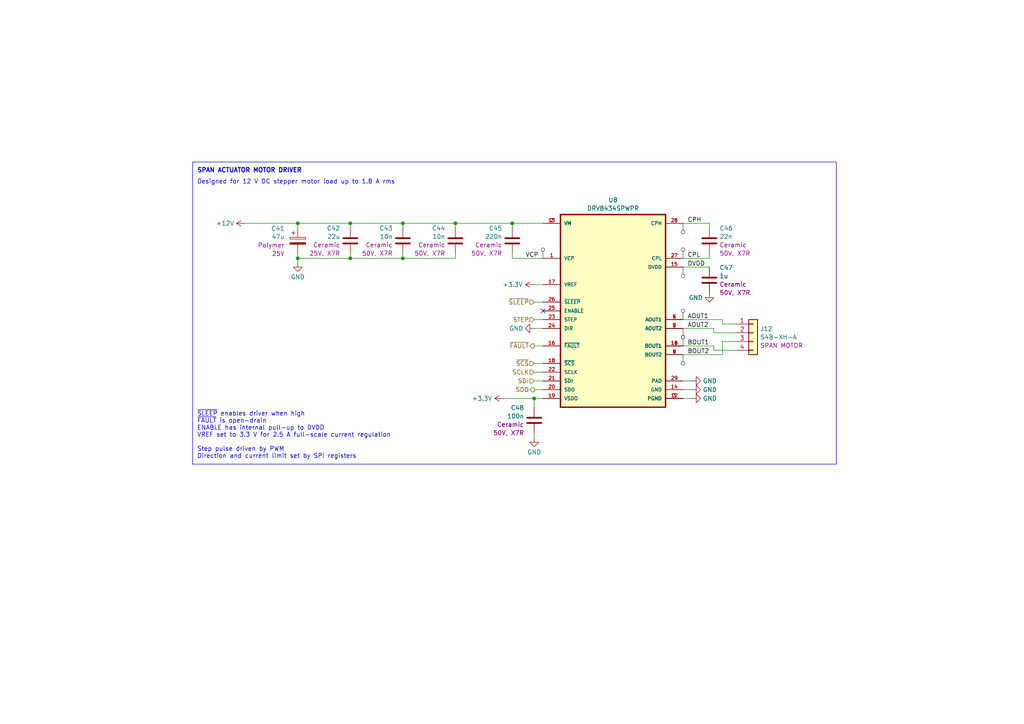
<source format=kicad_sch>
(kicad_sch (version 20250114) (generator "eeschema") (generator_version "9.0")
  (paper "A4")
  (title_block (title "Bed Lift Controller") (date "2025-10") (rev "v0.2") (company "Brown Studios LLC"))
  (lib_symbols
    (symbol "Connector_Generic:Conn_01x04" (pin_names (offset 1.016) (hide yes))
      (property "Reference" "J" (at 0 5.08 0))
      (property "Value" "Conn_01x04" (at 0 -7.62 0))
      (symbol "Conn_01x04_1_1"
        (rectangle (start -1.27 3.81) (end 1.27 -6.35) (stroke (width 0.254)) (fill (type background)))
        (rectangle (start -1.27 2.667) (end 0 2.413) (stroke (width 0.1524)))
        (rectangle (start -1.27 0.127) (end 0 -0.127) (stroke (width 0.1524)))
        (rectangle (start -1.27 -2.413) (end 0 -2.667) (stroke (width 0.1524)))
        (rectangle (start -1.27 -4.953) (end 0 -5.207) (stroke (width 0.1524)))
        (pin passive line (at -5.08 2.54 0) (length 3.81) (name "Pin_1") (number "1"))
        (pin passive line (at -5.08 0 0) (length 3.81) (name "Pin_2") (number "2"))
        (pin passive line (at -5.08 -2.54 0) (length 3.81) (name "Pin_3") (number "3"))
        (pin passive line (at -5.08 -5.08 0) (length 3.81) (name "Pin_4") (number "4"))
      )
    )
    (symbol "DRV8434SPWPR:DRV8434SPWPR" (pin_names (offset 1.016))
      (property "Reference" "U" (at -14.986 31.242 0))
      (property "Value" "DRV8434SPWPR" (at -15.24 -29.4 0))
      (symbol "DRV8434SPWPR_0_0"
        (rectangle (start -15.24 30.48) (end 15.24 -25.4) (stroke (width 0.41)) (fill (type background)))
        (pin power_in line (at -20.32 27.94 0) (length 5.08) (name "VM") (number "2"))
        (pin power_out line (at -20.32 17.78 0) (length 5.08) (name "VCP") (number "1"))
        (pin input line (at -20.32 10.16 0) (length 5.08) (name "VREF") (number "17"))
        (pin input line (at -20.32 5.08 0) (length 5.08) (name "~{SLEEP}") (number "26"))
        (pin input line (at -20.32 2.54 0) (length 5.08) (name "ENABLE") (number "25"))
        (pin input line (at -20.32 -2.54 0) (length 5.08) (name "DIR") (number "24"))
        (pin power_out line (at 20.32 27.94 180) (length 5.08) (name "CPH") (number "28"))
        (pin power_out line (at 20.32 17.78 180) (length 5.08) (name "CPL") (number "27"))
        (pin passive line (at 20.32 -17.78 180) (length 5.08) (name "PAD") (number "29"))
        (pin power_in line (at 20.32 -20.32 180) (length 5.08) (name "GND") (number "14"))
        (pin power_in line (at 20.32 -22.86 180) (length 5.08) (name "PGND") (number "3"))
      )
      (symbol "DRV8434SPWPR_1_0"
        (pin power_in line (at -20.32 27.94 0) (length 5.08) (name "VM") (number "13"))
        (pin input line (at -20.32 0 0) (length 5.08) (name "STEP") (number "23"))
        (pin open_collector line (at -20.32 -7.62 0) (length 5.08) (name "~{FAULT}") (number "16"))
        (pin input line (at -20.32 -12.7 0) (length 5.08) (name "~{SCS}") (number "18"))
        (pin input line (at -20.32 -15.24 0) (length 5.08) (name "SCLK") (number "22"))
        (pin input line (at -20.32 -17.78 0) (length 5.08) (name "SDI") (number "21"))
        (pin output line (at -20.32 -20.32 0) (length 5.08) (name "SDO") (number "20"))
        (pin power_in line (at -20.32 -22.86 0) (length 5.08) (name "VSDO") (number "19"))
        (pin power_out line (at 20.32 15.24 180) (length 5.08) (name "DVDD") (number "15"))
        (pin power_out line (at 20.32 0 180) (length 5.08) (name "AOUT1") (number "4"))
        (pin power_out line (at 20.32 0 180) (length 5.08) (name "AOUT1") (number "5"))
        (pin power_out line (at 20.32 -2.54 180) (length 5.08) (name "AOUT2") (number "6"))
        (pin power_out line (at 20.32 -2.54 180) (length 5.08) (name "AOUT2") (number "7"))
        (pin power_out line (at 20.32 -7.62 180) (length 5.08) (name "BOUT1") (number "10"))
        (pin power_out line (at 20.32 -7.62 180) (length 5.08) (name "BOUT1") (number "11"))
        (pin power_out line (at 20.32 -10.16 180) (length 5.08) (name "BOUT2") (number "8"))
        (pin power_out line (at 20.32 -10.16 180) (length 5.08) (name "BOUT2") (number "9"))
        (pin power_in line (at 20.32 -22.86 180) (length 5.08) (name "PGND") (number "12"))
      )
    )
    (symbol "Device:C" (pin_numbers (hide yes)) (pin_names (offset 0.254))
      (property "Reference" "C" (at 0.635 2.54 0))
      (property "Value" "C" (at 0.635 -2.54 0))
      (symbol "C_0_1"
        (polyline (pts (xy -2.032 0.762) (xy 2.032 0.762)) (stroke (width 0.508)))
        (polyline (pts (xy -2.032 -0.762) (xy 2.032 -0.762)) (stroke (width 0.508)))
      )
      (symbol "C_1_1"
        (pin passive line (at 0 3.81 270) (length 2.794) (name "~") (number "1"))
        (pin passive line (at 0 -3.81 90) (length 2.794) (name "~") (number "2"))
      )
    )
    (symbol "Device:C_Polarized" (pin_numbers (hide yes)) (pin_names (offset 0.254))
      (property "Reference" "C" (at 0.635 2.54 0))
      (property "Value" "C_Polarized" (at 0.635 -2.54 0))
      (symbol "C_Polarized_0_1"
        (rectangle (start -2.286 0.508) (end 2.286 1.016))
        (polyline (pts (xy -1.778 2.286) (xy -0.762 2.286)))
        (polyline (pts (xy -1.27 2.794) (xy -1.27 1.778)))
        (rectangle (start 2.286 -0.508) (end -2.286 -1.016) (fill (type outline)))
      )
      (symbol "C_Polarized_1_1"
        (pin passive line (at 0 3.81 270) (length 2.794) (name "~") (number "1"))
        (pin passive line (at 0 -3.81 90) (length 2.794) (name "~") (number "2"))
      )
    )
    (symbol "power:+12V" (power) (pin_numbers (hide yes)) (pin_names (offset 0) (hide yes))
      (property "Value" "+12V" (at 0 3.556 0))
      (symbol "+12V_0_1"
        (polyline (pts (xy -0.762 1.27) (xy 0 2.54)))
        (polyline (pts (xy 0 2.54) (xy 0.762 1.27)))
        (polyline (pts (xy 0 0) (xy 0 2.54)))
      )
      (symbol "+12V_1_1"
        (pin power_in line (at 0 0 90) (length 0) (name "~") (number "1"))
      )
    )
    (symbol "power:+3.3V" (power) (pin_numbers (hide yes)) (pin_names (offset 0) (hide yes))
      (property "Value" "+3.3V" (at 0 3.556 0))
      (symbol "+3.3V_0_1"
        (polyline (pts (xy -0.762 1.27) (xy 0 2.54)))
        (polyline (pts (xy 0 2.54) (xy 0.762 1.27)))
        (polyline (pts (xy 0 0) (xy 0 2.54)))
      )
      (symbol "+3.3V_1_1"
        (pin power_in line (at 0 0 90) (length 0) (name "~") (number "1"))
      )
    )
    (symbol "power:GND" (power) (pin_numbers (hide yes)) (pin_names (offset 0) (hide yes))
      (property "Value" "GND" (at 0 -3.81 0))
      (symbol "GND_0_1"
        (polyline (pts (xy 0 0) (xy 0 -1.27) (xy 1.27 -1.27) (xy 0 -2.54) (xy -1.27 -1.27) (xy 0 -1.27)))
      )
      (symbol "GND_1_1"
        (pin power_in line (at 0 0 270) (length 0) (name "~") (number "1"))
      )
    )
  )
  (rectangle (start 55.88 46.99) (end 242.57 134.62))
  (text "Designed for 12 V DC stepper motor load up to 1.8 A rms" (at 57.15 52.07 0) (effects (font (size 1.27 1.27)) (justify left top)))
  (text "SPAN ACTUATOR MOTOR DRIVER" (at 57.15 49.53 0) (effects (font (size 1.27 1.27) (thickness 0.254) (bold yes)) (justify left)))
  (text "~{SLEEP} enables driver when high\n~{FAULT} is open-drain\nENABLE has internal pull-up to DVDD\nVREF set to 3.3 V for 2.5 A full-scale current regulation\n\nStep pulse driven by PWM\nDirection and current limit set by SPI registers" (at 57.15 119.38 0) (effects (font (size 1.27 1.27)) (justify left top)))
  (junction (at 116.84 74.93))
  (junction (at 101.6 74.93))
  (junction (at 101.6 64.77))
  (junction (at 86.36 74.93))
  (junction (at 154.94 115.57))
  (junction (at 132.08 64.77))
  (junction (at 148.59 64.77))
  (junction (at 116.84 64.77))
  (junction (at 86.36 64.77))
  (no_connect (at 157.48 90.17))
  (wire (pts (xy 101.6 74.93) (xy 116.84 74.93)))
  (wire (pts (xy 154.94 82.55) (xy 157.48 82.55)))
  (wire (pts (xy 86.36 73.66) (xy 86.36 74.93)))
  (wire (pts (xy 101.6 64.77) (xy 116.84 64.77)))
  (wire (pts (xy 198.12 102.87) (xy 209.55 102.87)))
  (wire (pts (xy 154.94 100.33) (xy 157.48 100.33)))
  (wire (pts (xy 116.84 74.93) (xy 116.84 73.66)))
  (wire (pts (xy 198.12 113.03) (xy 200.66 113.03)))
  (wire (pts (xy 198.12 77.47) (xy 205.74 77.47)))
  (wire (pts (xy 101.6 73.66) (xy 101.6 74.93)))
  (wire (pts (xy 71.12 64.77) (xy 86.36 64.77)))
  (wire (pts (xy 86.36 74.93) (xy 86.36 76.2)))
  (wire (pts (xy 209.55 93.98) (xy 209.55 92.71)))
  (wire (pts (xy 154.94 107.95) (xy 157.48 107.95)))
  (wire (pts (xy 86.36 64.77) (xy 101.6 64.77)))
  (wire (pts (xy 198.12 92.71) (xy 209.55 92.71)))
  (wire (pts (xy 101.6 64.77) (xy 101.6 66.04)))
  (wire (pts (xy 86.36 74.93) (xy 101.6 74.93)))
  (wire (pts (xy 198.12 115.57) (xy 200.66 115.57)))
  (wire (pts (xy 207.01 96.52) (xy 207.01 95.25)))
  (wire (pts (xy 86.36 64.77) (xy 86.36 66.04)))
  (wire (pts (xy 148.59 64.77) (xy 157.48 64.77)))
  (wire (pts (xy 213.36 96.52) (xy 207.01 96.52)))
  (wire (pts (xy 132.08 64.77) (xy 132.08 66.04)))
  (wire (pts (xy 154.94 110.49) (xy 157.48 110.49)))
  (wire (pts (xy 205.74 66.04) (xy 205.74 64.77)))
  (wire (pts (xy 154.94 95.25) (xy 157.48 95.25)))
  (wire (pts (xy 148.59 73.66) (xy 148.59 74.93)))
  (wire (pts (xy 198.12 74.93) (xy 205.74 74.93)))
  (wire (pts (xy 154.94 113.03) (xy 157.48 113.03)))
  (wire (pts (xy 148.59 66.04) (xy 148.59 64.77)))
  (wire (pts (xy 209.55 99.06) (xy 209.55 102.87)))
  (wire (pts (xy 213.36 101.6) (xy 207.01 101.6)))
  (wire (pts (xy 148.59 74.93) (xy 157.48 74.93)))
  (wire (pts (xy 198.12 64.77) (xy 205.74 64.77)))
  (wire (pts (xy 209.55 99.06) (xy 213.36 99.06)))
  (wire (pts (xy 154.94 105.41) (xy 157.48 105.41)))
  (wire (pts (xy 205.74 73.66) (xy 205.74 74.93)))
  (wire (pts (xy 116.84 64.77) (xy 132.08 64.77)))
  (wire (pts (xy 132.08 64.77) (xy 148.59 64.77)))
  (wire (pts (xy 116.84 74.93) (xy 132.08 74.93)))
  (wire (pts (xy 154.94 115.57) (xy 154.94 118.11)))
  (wire (pts (xy 116.84 64.77) (xy 116.84 66.04)))
  (wire (pts (xy 132.08 73.66) (xy 132.08 74.93)))
  (wire (pts (xy 154.94 127) (xy 154.94 125.73)))
  (wire (pts (xy 198.12 100.33) (xy 207.01 100.33)))
  (wire (pts (xy 198.12 110.49) (xy 200.66 110.49)))
  (wire (pts (xy 146.05 115.57) (xy 154.94 115.57)))
  (wire (pts (xy 154.94 92.71) (xy 157.48 92.71)))
  (wire (pts (xy 213.36 93.98) (xy 209.55 93.98)))
  (wire (pts (xy 154.94 87.63) (xy 157.48 87.63)))
  (wire (pts (xy 207.01 101.6) (xy 207.01 100.33)))
  (wire (pts (xy 154.94 115.57) (xy 157.48 115.57)))
  (wire (pts (xy 198.12 95.25) (xy 207.01 95.25)))
  (label "CPL" (at 199.39 74.93 0))
  (label "VCP" (at 156.21 74.93 180))
  (label "BOUT2" (at 199.39 102.87 0))
  (label "CPH" (at 199.39 64.77 0))
  (label "AOUT2" (at 199.39 95.25 0))
  (label "DVDD" (at 199.39 77.47 0))
  (label "BOUT1" (at 199.39 100.33 0))
  (label "AOUT1" (at 199.39 92.71 0))
  (hierarchical_label "~{SLEEP}" (shape input) (at 154.94 87.63 180))
  (hierarchical_label "~{FAULT}" (shape output) (at 154.94 100.33 180))
  (hierarchical_label "STEP" (shape input) (at 154.94 92.71 180))
  (hierarchical_label "~{SCS}" (shape input) (at 154.94 105.41 180))
  (hierarchical_label "SDO" (shape output) (at 154.94 113.03 180))
  (hierarchical_label "SCLK" (shape input) (at 154.94 107.95 180))
  (hierarchical_label "SDI" (shape input) (at 154.94 110.49 180))
  (netclass_flag "" (length 2.54) (shape round) (at 198.12 95.25 180) (property "Netclass" "Power-2A" (effects (hide yes))))
  (netclass_flag "" (length 2.54) (shape round) (at 198.12 64.77 180) (property "Netclass" "Power" (effects (hide yes))))
  (netclass_flag "" (length 2.54) (shape round) (at 198.12 74.93 0) (property "Netclass" "Power" (effects (hide yes))))
  (netclass_flag "" (length 2.54) (shape round) (at 157.48 74.93 0) (property "Netclass" "Power" (effects (hide yes))))
  (netclass_flag "" (length 2.54) (shape round) (at 198.12 100.33 0) (property "Netclass" "Power-2A" (effects (hide yes))))
  (netclass_flag "" (length 2.54) (shape round) (at 198.12 102.87 180) (property "Netclass" "Power-2A" (effects (hide yes))))
  (netclass_flag "" (length 2.54) (shape round) (at 198.12 77.47 180) (property "Netclass" "Power" (effects (hide yes))))
  (netclass_flag "" (length 2.54) (shape round) (at 198.12 92.71 0) (property "Netclass" "Power-2A" (effects (hide yes))))
  (symbol (lib_id "power:GND") (at 154.94 127 0) (unit 1)
    (property "Reference" "#PWR067" (effects (hide yes)))
    (property "Value" "GND" (at 154.94 131.1331 0))
    (property "Description" "Power symbol creates a global label with name \"GND\" , ground" (effects (hide yes)))
    (instances (project "bed-lift" (path "" (reference "#PWR077") (unit 1)) (path "" (reference "#PWR087") (unit 1)) (path "" (reference "#PWR067") (unit 1)) (path "" (reference "#PWR097") (unit 1))))
  )
  (symbol (lib_id "power:GND") (at 200.66 110.49 90) (unit 1)
    (property "Reference" "#PWR063" (effects (hide yes)))
    (property "Value" "GND" (at 203.835 110.49 90) (effects (justify right)))
    (property "Description" "Power symbol creates a global label with name \"GND\" , ground" (effects (hide yes)))
    (instances (project "bed-lift" (path "" (reference "#PWR073") (unit 1)) (path "" (reference "#PWR083") (unit 1)) (path "" (reference "#PWR063") (unit 1)) (path "" (reference "#PWR093") (unit 1))))
  )
  (symbol (lib_id "power:+12V") (at 71.12 64.77 90) (unit 1)
    (property "Reference" "#PWR058" (effects (hide yes)))
    (property "Value" "+12V" (at 67.945 64.77 90) (effects (justify left)))
    (property "Description" "Power symbol creates a global label with name \"+12V\"" (effects (hide yes)))
    (instances (project "bed-lift" (path "" (reference "#PWR068") (unit 1)) (path "" (reference "#PWR078") (unit 1)) (path "" (reference "#PWR058") (unit 1)) (path "" (reference "#PWR088") (unit 1))))
  )
  (symbol (lib_id "Device:C") (at 205.74 69.85 0) (unit 1)
    (property "Reference" "C38" (at 208.661 66.2135 0) (effects (justify left)))
    (property "Value" "22n" (at 208.661 68.6378 0) (effects (justify left)))
    (property "Footprint" "Capacitor_SMD:C_0603_1608Metric" (effects (hide yes)))
    (property "Description" "Unpolarized capacitor" (effects (hide yes)))
    (property "Type" "Ceramic" (at 208.661 71.0621 0) (effects (justify left)))
    (property "Rating" "50V, X7R" (at 208.661 73.4864 0) (effects (justify left)))
    (property "LCSC" "C21122" (effects (hide yes)))
    (instances (project "bed-lift" (path "" (reference "C46") (unit 1)) (path "" (reference "C54") (unit 1)) (path "" (reference "C38") (unit 1)) (path "" (reference "C62") (unit 1))))
  )
  (symbol (lib_id "Device:C") (at 132.08 69.85 0) (mirror y) (unit 1)
    (property "Reference" "C36" (at 129.159 66.2135 0) (effects (justify left)))
    (property "Value" "10n" (at 129.159 68.6378 0) (effects (justify left)))
    (property "Footprint" "Capacitor_SMD:C_0603_1608Metric" (effects (hide yes)))
    (property "Description" "Unpolarized capacitor" (effects (hide yes)))
    (property "Type" "Ceramic" (at 129.159 71.0621 0) (effects (justify left)))
    (property "Rating" "50V, X7R" (at 129.159 73.4864 0) (effects (justify left)))
    (property "LCSC" "C57112" (effects (hide yes)))
    (instances (project "bed-lift" (path "" (reference "C44") (unit 1)) (path "" (reference "C52") (unit 1)) (path "" (reference "C36") (unit 1)) (path "" (reference "C60") (unit 1))))
  )
  (symbol (lib_id "Device:C") (at 154.94 121.92 0) (mirror y) (unit 1)
    (property "Reference" "C40" (at 152.019 118.2835 0) (effects (justify left)))
    (property "Value" "100n" (at 152.019 120.7078 0) (effects (justify left)))
    (property "Footprint" "Capacitor_SMD:C_0603_1608Metric" (effects (hide yes)))
    (property "Description" "Unpolarized capacitor" (effects (hide yes)))
    (property "Type" "Ceramic" (at 152.019 123.1321 0) (effects (justify left)))
    (property "Rating" "50V, X7R" (at 152.019 125.5564 0) (effects (justify left)))
    (property "LCSC" "C14663" (effects (hide yes)))
    (instances (project "bed-lift" (path "" (reference "C48") (unit 1)) (path "" (reference "C56") (unit 1)) (path "" (reference "C40") (unit 1)) (path "" (reference "C64") (unit 1))))
  )
  (symbol (lib_id "Device:C") (at 205.74 81.28 0) (unit 1)
    (property "Reference" "C39" (at 208.661 77.6435 0) (effects (justify left)))
    (property "Value" "1u" (at 208.661 80.0678 0) (effects (justify left)))
    (property "Footprint" "Capacitor_SMD:C_0805_2012Metric" (effects (hide yes)))
    (property "Description" "Unpolarized capacitor" (effects (hide yes)))
    (property "Type" "Ceramic" (at 208.661 82.4921 0) (effects (justify left)))
    (property "Rating" "50V, X7R" (at 208.661 84.9164 0) (effects (justify left)))
    (property "LCSC" "C28323" (effects (hide yes)))
    (instances (project "bed-lift" (path "" (reference "C47") (unit 1)) (path "" (reference "C55") (unit 1)) (path "" (reference "C39") (unit 1)) (path "" (reference "C63") (unit 1))))
  )
  (symbol (lib_id "Device:C") (at 101.6 69.85 0) (mirror x) (unit 1)
    (property "Reference" "C34" (at 98.679 66.2135 0) (effects (justify right)))
    (property "Value" "22u" (at 98.679 68.6378 0) (effects (justify right)))
    (property "Footprint" "Capacitor_SMD:C_1210_3225Metric" (effects (hide yes)))
    (property "Description" "Unpolarized capacitor" (effects (hide yes)))
    (property "Type" "Ceramic" (at 98.679 71.0621 0) (effects (justify right)))
    (property "Rating" "25V, X7R" (at 98.679 73.4864 0) (effects (justify right)))
    (property "LCSC" "C309062" (effects (hide yes)))
    (instances (project "bed-lift" (path "" (reference "C42") (unit 1)) (path "" (reference "C50") (unit 1)) (path "" (reference "C34") (unit 1)) (path "" (reference "C58") (unit 1))))
  )
  (symbol (lib_id "power:GND") (at 86.36 76.2 0) (unit 1)
    (property "Reference" "#PWR059" (effects (hide yes)))
    (property "Value" "GND" (at 86.36 80.3331 0))
    (property "Description" "Power symbol creates a global label with name \"GND\" , ground" (effects (hide yes)))
    (instances (project "bed-lift" (path "" (reference "#PWR069") (unit 1)) (path "" (reference "#PWR079") (unit 1)) (path "" (reference "#PWR059") (unit 1)) (path "" (reference "#PWR089") (unit 1))))
  )
  (symbol (lib_id "power:GND") (at 200.66 113.03 90) (unit 1)
    (property "Reference" "#PWR064" (effects (hide yes)))
    (property "Value" "GND" (at 203.835 113.03 90) (effects (justify right)))
    (property "Description" "Power symbol creates a global label with name \"GND\" , ground" (effects (hide yes)))
    (instances (project "bed-lift" (path "" (reference "#PWR074") (unit 1)) (path "" (reference "#PWR084") (unit 1)) (path "" (reference "#PWR064") (unit 1)) (path "" (reference "#PWR094") (unit 1))))
  )
  (symbol (lib_id "power:GND") (at 154.94 95.25 270) (mirror x) (unit 1)
    (property "Reference" "#PWR062" (effects (hide yes)))
    (property "Value" "GND" (at 151.7651 95.25 90) (effects (justify right)))
    (property "Description" "Power symbol creates a global label with name \"GND\" , ground" (effects (hide yes)))
    (instances (project "bed-lift" (path "" (reference "#PWR072") (unit 1)) (path "" (reference "#PWR082") (unit 1)) (path "" (reference "#PWR062") (unit 1)) (path "" (reference "#PWR092") (unit 1))))
  )
  (symbol (lib_id "power:GND") (at 200.66 115.57 90) (unit 1)
    (property "Reference" "#PWR066" (effects (hide yes)))
    (property "Value" "GND" (at 203.835 115.57 90) (effects (justify right)))
    (property "Description" "Power symbol creates a global label with name \"GND\" , ground" (effects (hide yes)))
    (instances (project "bed-lift" (path "" (reference "#PWR076") (unit 1)) (path "" (reference "#PWR086") (unit 1)) (path "" (reference "#PWR066") (unit 1)) (path "" (reference "#PWR096") (unit 1))))
  )
  (symbol (lib_id "power:+3.3V") (at 146.05 115.57 90) (unit 1)
    (property "Reference" "#PWR065" (effects (hide yes)))
    (property "Value" "+3.3V" (at 142.748 115.57 90) (effects (justify left)))
    (property "Description" "Power symbol creates a global label with name \"+3.3V\"" (effects (hide yes)))
    (instances (project "bed-lift" (path "" (reference "#PWR075") (unit 1)) (path "" (reference "#PWR085") (unit 1)) (path "" (reference "#PWR065") (unit 1)) (path "" (reference "#PWR095") (unit 1))))
  )
  (symbol (lib_id "Device:C") (at 116.84 69.85 0) (mirror y) (unit 1)
    (property "Reference" "C35" (at 113.919 66.2135 0) (effects (justify left)))
    (property "Value" "10n" (at 113.919 68.6378 0) (effects (justify left)))
    (property "Footprint" "Capacitor_SMD:C_0603_1608Metric" (effects (hide yes)))
    (property "Description" "Unpolarized capacitor" (effects (hide yes)))
    (property "Type" "Ceramic" (at 113.919 71.0621 0) (effects (justify left)))
    (property "Rating" "50V, X7R" (at 113.919 73.4864 0) (effects (justify left)))
    (property "LCSC" "C57112" (effects (hide yes)))
    (instances (project "bed-lift" (path "" (reference "C43") (unit 1)) (path "" (reference "C51") (unit 1)) (path "" (reference "C35") (unit 1)) (path "" (reference "C59") (unit 1))))
  )
  (symbol (lib_id "Device:C") (at 148.59 69.85 0) (mirror y) (unit 1)
    (property "Reference" "C37" (at 145.669 66.2135 0) (effects (justify left)))
    (property "Value" "220n" (at 145.669 68.6378 0) (effects (justify left)))
    (property "Footprint" "Capacitor_SMD:C_0603_1608Metric" (effects (hide yes)))
    (property "Description" "Unpolarized capacitor" (effects (hide yes)))
    (property "Type" "Ceramic" (at 145.669 71.0621 0) (effects (justify left)))
    (property "Rating" "50V, X7R" (at 145.669 73.4864 0) (effects (justify left)))
    (property "LCSC" "C21120" (effects (hide yes)))
    (instances (project "bed-lift" (path "" (reference "C45") (unit 1)) (path "" (reference "C53") (unit 1)) (path "" (reference "C37") (unit 1)) (path "" (reference "C61") (unit 1))))
  )
  (symbol (lib_id "power:GND") (at 205.74 85.09 0) (mirror y) (unit 1)
    (property "Reference" "#PWR061" (effects (hide yes)))
    (property "Value" "GND" (at 203.8351 86.36 0) (effects (justify left)))
    (property "Description" "Power symbol creates a global label with name \"GND\" , ground" (effects (hide yes)))
    (instances (project "bed-lift" (path "" (reference "#PWR071") (unit 1)) (path "" (reference "#PWR081") (unit 1)) (path "" (reference "#PWR061") (unit 1)) (path "" (reference "#PWR091") (unit 1))))
  )
  (symbol (lib_id "power:+3.3V") (at 154.94 82.55 90) (unit 1)
    (property "Reference" "#PWR060" (effects (hide yes)))
    (property "Value" "+3.3V" (at 151.638 82.55 90) (effects (justify left)))
    (property "Description" "Power symbol creates a global label with name \"+3.3V\"" (effects (hide yes)))
    (instances (project "bed-lift" (path "" (reference "#PWR070") (unit 1)) (path "" (reference "#PWR080") (unit 1)) (path "" (reference "#PWR060") (unit 1)) (path "" (reference "#PWR090") (unit 1))))
  )
  (symbol (lib_id "Connector_Generic:Conn_01x04") (at 218.44 96.52 0) (unit 1)
    (property "Reference" "J11" (at 220.472 95.3657 0) (effects (justify left)))
    (property "Value" "S4B-XH-A" (at 220.472 97.79 0) (effects (justify left)))
    (property "Footprint" "Connector_JST:JST_XH_S4B-XH-A_1x04_P2.50mm_Horizontal" (effects (hide yes)))
    (property "Description" "Generic connector, single row, 01x04, script generated (kicad-library-utils/schlib/autogen/connector/)" (effects (hide yes)))
    (property "Label" "SPAN MOTOR" (at 220.472 100.2143 0) (effects (justify left)))
    (property "LCSC" "C157925" (effects (hide yes)))
    (property "FT Rotation Offset" "180" (effects (hide yes)))
    (instances (project "bed-lift" (path "" (reference "J12") (unit 1)) (path "" (reference "J13") (unit 1)) (path "" (reference "J11") (unit 1)) (path "" (reference "J14") (unit 1))))
  )
  (symbol (lib_id "Device:C_Polarized") (at 86.36 69.85 0) (unit 1)
    (property "Reference" "C33" (at 82.55 66.2714 0) (effects (justify right)))
    (property "Value" "47u" (at 82.55 68.6957 0) (effects (justify right)))
    (property "Footprint" "Capacitor_THT:CP_Radial_D5.0mm_P2.50mm" (effects (hide yes)))
    (property "Description" "Polarized capacitor" (effects (hide yes)))
    (property "Type" "Polymer" (at 82.55 71.12 0) (effects (justify right)))
    (property "Rating" "25V" (at 82.55 73.5443 0) (effects (justify right)))
    (property "LCSC" "C5243872" (effects (hide yes)))
    (property "MPN" "4700250508R00" (effects (hide yes)))
    (instances (project "bed-lift" (path "" (reference "C41") (unit 1)) (path "" (reference "C49") (unit 1)) (path "" (reference "C33") (unit 1)) (path "" (reference "C57") (unit 1))))
  )
  (symbol (lib_id "DRV8434SPWPR:DRV8434SPWPR") (at 177.8 92.71 0) (unit 1)
    (property "Reference" "U7" (at 177.8 58.0075 0))
    (property "Value" "DRV8434SPWPR" (at 177.8 60.4318 0))
    (property "Footprint" "DRV8434SPWPR:HTSSOP-28 PWP0028M" (effects (hide yes)))
    (property "Datasheet" "https://www.ti.com/lit/ds/symlink/drv8434s.pdf" (effects (hide yes)))
    (property "PACKAGE" "HTSSOP-28 Texas Instruments" (effects (hide yes)))
    (property "MAXIMUM_PACKAGE_HEIGHT" "1.2mm" (effects (hide yes)))
    (property "MANUFACTURER" "Texas Instruments" (effects (hide yes)))
    (property "LCSC" "C3681202" (effects (hide yes)))
    (instances (project "bed-lift" (path "" (reference "U8") (unit 1)) (path "" (reference "U9") (unit 1)) (path "" (reference "U7") (unit 1)) (path "" (reference "U10") (unit 1))))
  )
)
</source>
